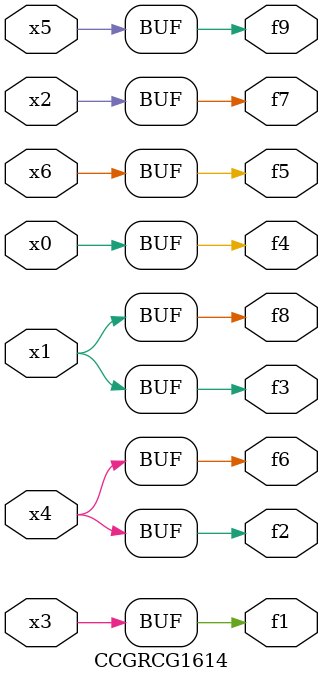
<source format=v>
module CCGRCG1614(
	input x0, x1, x2, x3, x4, x5, x6,
	output f1, f2, f3, f4, f5, f6, f7, f8, f9
);
	assign f1 = x3;
	assign f2 = x4;
	assign f3 = x1;
	assign f4 = x0;
	assign f5 = x6;
	assign f6 = x4;
	assign f7 = x2;
	assign f8 = x1;
	assign f9 = x5;
endmodule

</source>
